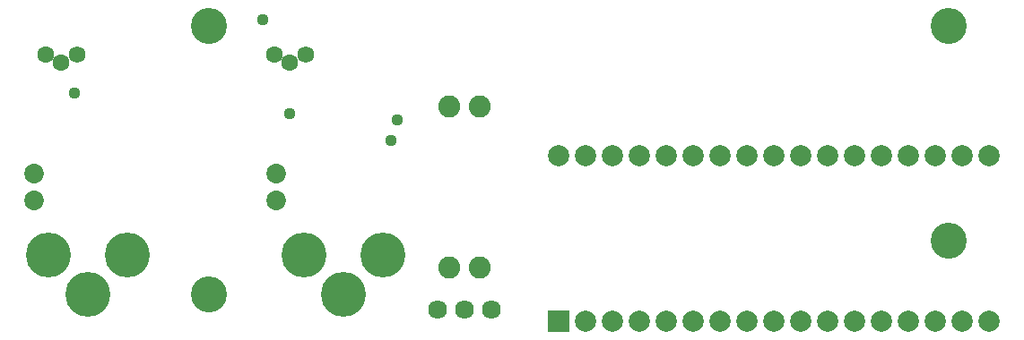
<source format=gbr>
G04 EAGLE Gerber RS-274X export*
G75*
%MOMM*%
%FSLAX34Y34*%
%LPD*%
%INSoldermask Bottom*%
%IPPOS*%
%AMOC8*
5,1,8,0,0,1.08239X$1,22.5*%
G01*
%ADD10C,1.854200*%
%ADD11R,2.003200X2.003200*%
%ADD12C,2.003200*%
%ADD13C,1.793200*%
%ADD14C,4.242200*%
%ADD15C,2.082800*%
%ADD16C,1.591200*%
%ADD17C,1.603200*%
%ADD18C,3.403200*%
%ADD19C,1.117600*%


D10*
X25400Y152400D03*
X25400Y127000D03*
X254000Y152400D03*
X254000Y127000D03*
D11*
X520700Y12700D03*
D12*
X546100Y12700D03*
X571500Y12700D03*
X596900Y12700D03*
X622300Y12700D03*
X647700Y12700D03*
X673100Y12700D03*
X698500Y12700D03*
X723900Y12700D03*
X749300Y12700D03*
X774700Y12700D03*
X800100Y12700D03*
X825500Y12700D03*
X850900Y12700D03*
X876300Y12700D03*
X901700Y12700D03*
X927100Y12700D03*
X927100Y169700D03*
X901700Y169700D03*
X876300Y169700D03*
X850900Y169700D03*
X825500Y169700D03*
X800100Y169700D03*
X774700Y169700D03*
X749300Y169700D03*
X723900Y169700D03*
X698500Y169700D03*
X673100Y169700D03*
X647700Y169700D03*
X622300Y169700D03*
X596900Y169700D03*
X571500Y169700D03*
X546100Y169700D03*
X520700Y169700D03*
D13*
X406400Y23600D03*
X431800Y23600D03*
X457200Y23600D03*
D14*
X76200Y38100D03*
X38700Y75100D03*
X113700Y75100D03*
D15*
X417322Y215900D03*
X446278Y215900D03*
X417322Y63500D03*
X446278Y63500D03*
D14*
X317500Y38100D03*
X280000Y75100D03*
X355000Y75100D03*
D16*
X65500Y264800D03*
D17*
X50800Y257300D03*
X36100Y264800D03*
D16*
X281400Y264800D03*
D17*
X266700Y257300D03*
X252000Y264800D03*
D18*
X889000Y88900D03*
X190500Y38100D03*
X190500Y292100D03*
X889000Y292100D03*
D19*
X63500Y228600D03*
X241300Y298450D03*
X368300Y203200D03*
X266700Y209550D03*
X361950Y184150D03*
M02*

</source>
